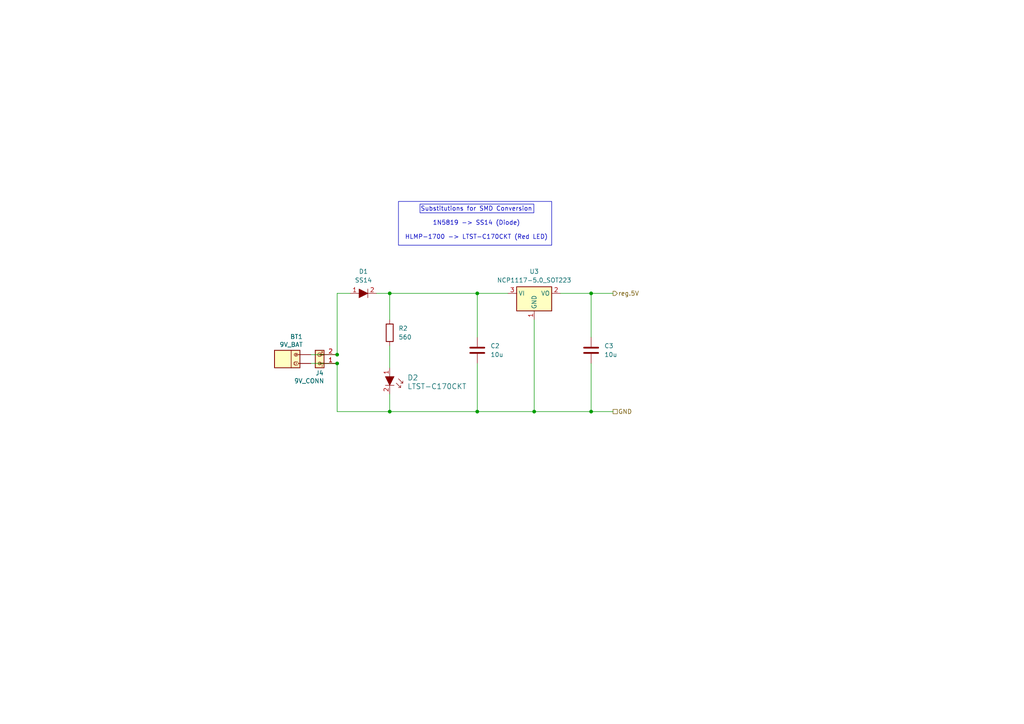
<source format=kicad_sch>
(kicad_sch (version 20231120) (generator "eeschema") (generator_version "8.0")
  (paper "A4")
  (lib_symbols
    (symbol "Conn_PP3_1" (pin_names (offset 1.016) hide)
      (property "Reference" "J" (at 4.572 -1.27 0))
      (property "Value" "CONN_PP3" (at 13.462 1.27 0))
      (symbol "Conn_PP3_1_0_1"
        (circle (center -1.27 0) (radius 0.4303))
        (polyline (pts (xy -2.2431 -0.7334) (xy -1.7351 -0.7334)))
        (polyline (pts (xy 1.7465 -0.7248) (xy 2.2545 -0.7248)))
        (polyline (pts (xy 2.0005 -0.9788) (xy 2.0005 -0.4708)))
        (polyline (pts (xy 0.762 -0.254) (xy 0.762 0.254) (xy 1.016 0.508) (xy 1.524 0.508) (xy 1.778 0.254) (xy 1.778 -0.254) (xy 1.524 -0.508) (xy 1.016 -0.508) (xy 0.762 -0.254)))
      )
      (symbol "Conn_PP3_1_1_1"
        (polyline private (pts (xy -1.27 2.794) (xy -1.27 6.604) (xy -3.81 9.398)) (stroke (width 0) (type dash_dot)))
        (rectangle (start -2.54 1.27) (end 2.54 -1.27) (stroke (width 0.254)) (fill (type background)))
        (rectangle (start -1.397 -1.27) (end -1.143 0) (stroke (width 0.1524)))
        (polyline private (pts (xy 1.27 2.794) (xy 1.27 6.604) (xy 3.81 9.398)) (stroke (width 0) (type dash_dot)))
        (rectangle (start 1.143 0) (end 1.397 -1.27) (stroke (width 0.1524)))
        (text private "{terminal for 9V's GND}\n" (at -6.096 10.414 0) (effects (font (size 0.4064 0.4064) (thickness 0.0813) (bold yes))))
        (text private "{terminal for 9V's PWR}\n" (at 5.842 10.414 0) (effects (font (size 0.4064 0.4064) (thickness 0.0813) (bold yes))))
        (pin power_in line (at -1.27 -5.08 90) (length 3.81) (name "Pin_1") (number "1"))
        (pin power_in line (at 1.27 -5.08 90) (length 3.81) (name "Pin_2") (number "2"))
      )
    )
    (symbol "Device:C" (pin_numbers hide) (pin_names (offset 0.254))
      (property "Reference" "C" (at 0.635 2.54 0))
      (property "Value" "C" (at 0.635 -2.54 0))
      (symbol "C_0_1"
        (polyline (pts (xy -2.032 -0.762) (xy 2.032 -0.762)) (stroke (width 0.508)))
        (polyline (pts (xy -2.032 0.762) (xy 2.032 0.762)) (stroke (width 0.508)))
      )
      (symbol "C_1_1"
        (pin passive line (at 0 3.81 270) (length 2.794) (name "~") (number "1"))
        (pin passive line (at 0 -3.81 90) (length 2.794) (name "~") (number "2"))
      )
    )
    (symbol "Device:R" (pin_numbers hide) (pin_names (offset 0))
      (property "Reference" "R" (at 2.032 0 90))
      (property "Value" "R" (at 0 0 90))
      (symbol "R_0_1"
        (rectangle (start -1.016 -2.54) (end 1.016 2.54) (stroke (width 0.254)))
      )
      (symbol "R_1_1"
        (pin passive line (at 0 3.81 270) (length 1.27) (name "~") (number "1"))
        (pin passive line (at 0 -3.81 90) (length 1.27) (name "~") (number "2"))
      )
    )
    (symbol "Regulator_Linear:NCP1117-5.0_SOT223"
      (property "Reference" "U" (at -3.81 3.175 0))
      (property "Value" "NCP1117-5.0_SOT223" (at 0 3.175 0))
      (symbol "NCP1117-5.0_SOT223_0_1"
        (rectangle (start -5.08 -5.08) (end 5.08 1.905) (stroke (width 0.254)) (fill (type background)))
      )
      (symbol "NCP1117-5.0_SOT223_1_1"
        (pin power_in line (at 0 -7.62 90) (length 2.54) (name "GND") (number "1"))
        (pin power_out line (at 7.62 0 180) (length 2.54) (name "VO") (number "2"))
        (pin power_in line (at -7.62 0 0) (length 2.54) (name "VI") (number "3"))
      )
    )
    (symbol "dk_Diodes-Rectifiers-Single:SS14" (pin_names (offset 1.016))
      (property "Reference" "D1" (at 1.27 -6.35 0))
      (property "Value" "SS14" (at 1.27 -3.81 0))
      (symbol "SS14_0_1"
        (polyline (pts (xy 0 0) (xy 2.54 0)))
        (polyline (pts (xy 0 1.27) (xy 0 -1.27)))
        (polyline (pts (xy 2.54 1.27) (xy 2.54 -1.27) (xy 0 0) (xy 2.54 1.27)) (fill (type outline)))
      )
      (symbol "SS14_1_1"
        (pin passive line (at 5.08 0 180) (length 2.54) (name "~") (number "1"))
        (pin passive line (at -2.54 0 0) (length 2.54) (name "~") (number "2"))
      )
    )
    (symbol "dk_LED-Indication-Discrete:LTST-C170KFKT" (pin_names (offset 0))
      (property "Reference" "D3" (at -2.2226 5.08 90))
      (property "Value" "LTST-C170CKT" (at 0.3174 5.08 90))
      (symbol "LTST-C170KFKT_0_1"
        (polyline (pts (xy -0.635 3.81) (xy -1.905 2.54)))
        (polyline (pts (xy 0 1.27) (xy 0 -1.27)))
        (polyline (pts (xy 0.635 3.175) (xy -0.635 1.905)))
        (polyline (pts (xy -1.27 3.81) (xy -0.635 3.81) (xy -0.635 3.175)))
        (polyline (pts (xy 0 3.175) (xy 0.635 3.175) (xy 0.635 2.54)))
        (polyline (pts (xy -2.54 1.27) (xy -2.54 -1.27) (xy 0 0) (xy -2.54 1.27)) (fill (type outline)))
      )
      (symbol "LTST-C170KFKT_1_1"
        (pin passive line (at -5.08 0 0) (length 2.54) (name "~") (number "1"))
        (pin passive line (at 2.54 0 180) (length 2.54) (name "~") (number "2"))
      )
    )
    (symbol "lockBuster:9V_BATT"
      (property "Reference" "B" (at 4.064 1.524 0))
      (property "Value" "9V" (at 4.572 -0.762 0))
      (symbol "9V_BATT_0_1"
        (polyline (pts (xy -1.2754 2.4106) (xy -1.2754 1.9026)))
        (polyline (pts (xy -1.0214 2.1566) (xy -1.5294 2.1566)))
        (polyline (pts (xy 1.5111 2.1734) (xy 1.0031 2.1734)))
      )
      (symbol "9V_BATT_1_1"
        (rectangle (start -2.54 3.175) (end 2.54 -4.191) (stroke (width 0.254)) (fill (type background)))
        (arc (start -1.7054 1.9077) (mid -1.5771 1.5978) (end -1.2672 1.4695) (stroke (width 0.1016)))
        (circle (center -1.27 2.159) (radius 0.4383) (stroke (width 0.1016)))
        (arc (start -1.2671 1.4694) (mid -0.9593 1.5972) (end -0.832 1.9052) (stroke (width 0.1016)))
        (polyline (pts (xy -2.54 0.635) (xy 2.54 0.635)) (stroke (width 0.1778)))
        (polyline (pts (xy -1.7082 2.1952) (xy -1.7082 1.9405)) (stroke (width 0.1016)))
        (polyline (pts (xy -0.8317 2.1841) (xy -0.8317 1.9294)) (stroke (width 0.1016)))
        (polyline (pts (xy 1.016 1.397) (xy 1.016 1.651)) (stroke (width 0.1016)))
        (polyline (pts (xy 1.524 1.397) (xy 1.524 1.651)) (stroke (width 0.1016)))
        (polyline (pts (xy 0.762 2.159) (xy 0.762 1.651) (xy 1.016 1.397) (xy 1.524 1.397) (xy 1.778 1.651) (xy 1.778 2.159)) (stroke (width 0.1016)))
        (polyline (pts (xy 0.762 2.413) (xy 0.762 1.905) (xy 1.016 1.651) (xy 1.524 1.651) (xy 1.778 1.905) (xy 1.778 2.413) (xy 1.524 2.667) (xy 1.016 2.667) (xy 0.762 2.413)) (stroke (width 0.1016)))
        (pin power_out line (at -1.27 6.35 270) (length 3.7084) (name "") (number ""))
        (pin power_out line (at 1.27 6.35 270) (length 3.6322) (name "") (number ""))
      )
    )
  )
  (junction (at 154.94 119.38))
  (junction (at 97.79 102.87))
  (junction (at 171.45 85.09))
  (junction (at 113.03 85.09))
  (junction (at 138.43 119.38))
  (junction (at 97.79 105.41))
  (junction (at 113.03 119.38))
  (junction (at 138.43 85.09))
  (junction (at 171.45 119.38))
  (wire (pts (xy 171.45 85.09) (xy 171.45 97.79)))
  (wire (pts (xy 162.56 85.09) (xy 171.45 85.09)))
  (wire (pts (xy 113.03 119.38) (xy 138.43 119.38)))
  (wire (pts (xy 97.79 119.38) (xy 113.03 119.38)))
  (wire (pts (xy 138.43 85.09) (xy 138.43 97.79)))
  (wire (pts (xy 154.94 92.71) (xy 154.94 119.38)))
  (wire (pts (xy 97.79 85.09) (xy 97.79 102.87)))
  (wire (pts (xy 109.22 85.09) (xy 113.03 85.09)))
  (wire (pts (xy 113.03 114.3) (xy 113.03 119.38)))
  (wire (pts (xy 97.79 85.09) (xy 101.6 85.09)))
  (wire (pts (xy 90.17 105.41) (xy 97.79 105.41)))
  (wire (pts (xy 113.03 92.71) (xy 113.03 85.09)))
  (wire (pts (xy 138.43 119.38) (xy 154.94 119.38)))
  (wire (pts (xy 171.45 119.38) (xy 177.8 119.38)))
  (wire (pts (xy 154.94 119.38) (xy 171.45 119.38)))
  (wire (pts (xy 171.45 85.09) (xy 177.8 85.09)))
  (wire (pts (xy 171.45 119.38) (xy 171.45 105.41)))
  (wire (pts (xy 138.43 85.09) (xy 147.32 85.09)))
  (wire (pts (xy 97.79 105.41) (xy 97.79 119.38)))
  (wire (pts (xy 113.03 100.33) (xy 113.03 106.68)))
  (wire (pts (xy 138.43 119.38) (xy 138.43 105.41)))
  (wire (pts (xy 90.17 102.87) (xy 97.79 102.87)))
  (wire (pts (xy 113.03 85.09) (xy 138.43 85.09)))
  (rectangle (start 115.57 58.42) (end 160.02 71.12))
  (rectangle (start 121.822 59.1872) (end 154.842 61.7272))
  (text "Substitutions for SMD Conversion\n\n1N5819 -> SS14 (Diode)\n\nHLMP-1700 -> LTST-C170CKT (Red LED)" (exclude_from_sim yes) (at 138.176 64.77 0) (effects (font (size 1.27 1.27))))
  (hierarchical_label "GND" (shape passive) (at 177.8 119.38 0))
  (hierarchical_label "reg.5V" (shape output) (at 177.8 85.09 0))
  (symbol (lib_id "dk_Diodes-Rectifiers-Single:SS14") (at 106.68 85.09 180) (unit 1)
    (property "Reference" "D1" (at 105.41 78.74 0))
    (property "Value" "SS14" (at 105.41 81.28 0))
    (property "Footprint" "Diode_SMD:D_SOD-123" (effects (hide yes)))
    (property "Datasheet" "https://www.onsemi.com/pub/Collateral/SS19-D.PDF" (effects (hide yes)))
    (property "Description" "DIODE SCHOTTKY 40V 1A SMA" (effects (hide yes)))
    (property "Digi-Key_PN" "SS14CT-ND" (effects (hide yes)))
    (property "MPN" "SS14" (effects (hide yes)))
    (property "Category" "Discrete Semiconductor Products" (effects (hide yes)))
    (property "Family" "Diodes - Rectifiers - Single" (effects (hide yes)))
    (property "DK_Datasheet_Link" "https://www.onsemi.com/pub/Collateral/SS19-D.PDF" (effects (hide yes)))
    (property "DK_Detail_Page" "/product-detail/en/on-semiconductor/SS14/SS14CT-ND/965729" (effects (hide yes)))
    (property "Description_1" "DIODE SCHOTTKY 40V 1A SMA" (effects (hide yes)))
    (property "Manufacturer" "ON Semiconductor" (effects (hide yes)))
    (property "Status" "Active" (effects (hide yes)))
  )
  (symbol (lib_id "dk_LED-Indication-Discrete:LTST-C170KFKT") (at 113.03 111.76 270) (unit 1)
    (property "Reference" "D2" (at 118.11 109.5374 90) (effects (font (size 1.524 1.524)) (justify left)))
    (property "Value" "LTST-C170CKT" (at 118.11 112.0774 90) (effects (font (size 1.524 1.524)) (justify left)))
    (property "Footprint" "LED_SMD:LED_0805_2012Metric" (effects (hide yes)))
    (property "Datasheet" "https://media.digikey.com/pdf/Data%20Sheets/Lite-On%20PDFs/LTST-C170CKT.pdf" (effects (hide yes)))
    (property "Description" "LED RED CLEAR SMD" (effects (hide yes)))
    (property "Digi-Key_PN" "160-1184-1-ND" (effects (hide yes)))
    (property "MPN" "LTST-C170KFKT" (effects (hide yes)))
    (property "Category" "Optoelectronics" (effects (hide yes)))
    (property "Family" "LED Indication - Discrete" (effects (hide yes)))
    (property "DK_Datasheet_Link" "https://media.digikey.com/pdf/Data%20Sheets/Lite-On%20PDFs/LTST-C170CKT.pdf" (effects (hide yes)))
    (property "DK_Detail_Page" "/product-detail/en/lite-on-inc/LTST-C170CKT/160-1413-1-ND/386774" (effects (hide yes)))
    (property "Description_1" "LED RED CLEAR SMD" (effects (hide yes)))
    (property "Manufacturer" "Lite-On Inc." (effects (hide yes)))
    (property "Status" "Active" (effects (hide yes)))
  )
  (symbol (lib_id "Device:C") (at 171.45 101.6 0) (unit 1)
    (property "Reference" "C3" (at 175.26 100.3299 0) (effects (justify left)))
    (property "Value" "10u" (at 175.26 102.8699 0) (effects (justify left)))
    (property "Footprint" "Capacitor_SMD:C_0603_1608Metric_Pad1.08x0.95mm_HandSolder" (effects (hide yes)))
    (property "Description" "Unpolarized capacitor" (effects (hide yes)))
  )
  (symbol (lib_id "Device:R") (at 113.03 96.52 0) (unit 1)
    (property "Reference" "R2" (at 115.57 95.2499 0) (effects (justify left)))
    (property "Value" "560" (at 115.57 97.7899 0) (effects (justify left)))
    (property "Footprint" "Resistor_SMD:R_0603_1608Metric_Pad0.98x0.95mm_HandSolder" (effects (hide yes)))
    (property "Description" "Resistor" (effects (hide yes)))
  )
  (symbol (lib_id "Device:C") (at 138.43 101.6 0) (unit 1)
    (property "Reference" "C2" (at 142.24 100.3299 0) (effects (justify left)))
    (property "Value" "10u" (at 142.24 102.8699 0) (effects (justify left)))
    (property "Footprint" "Capacitor_SMD:C_0603_1608Metric_Pad1.08x0.95mm_HandSolder" (effects (hide yes)))
    (property "Description" "Unpolarized capacitor" (effects (hide yes)))
  )
  (symbol (lib_id "Regulator_Linear:NCP1117-5.0_SOT223") (at 154.94 85.09 0) (unit 1)
    (property "Reference" "U3" (at 154.94 78.74 0))
    (property "Value" "NCP1117-5.0_SOT223" (at 154.94 81.28 0))
    (property "Footprint" "Package_TO_SOT_SMD:SOT-223-3_TabPin2" (effects (hide yes)))
    (property "Datasheet" "http://www.onsemi.com/pub_link/Collateral/NCP1117-D.PDF" (effects (hide yes)))
    (property "Description" "1A Low drop-out regulator, Fixed Output 5V, SOT-223" (effects (hide yes)))
  )
  (symbol (lib_id "lockBuster:9V_BATT") (at 83.82 104.14 270) (unit 1)
    (property "Reference" "BT1" (at 85.979 97.663 90))
    (property "Value" "9V_BAT" (at 84.455 99.949 90))
  )
  (symbol (lib_name "Conn_PP3_1") (lib_id "lockBuster:Conn_PP3") (at 92.71 104.14 90) (unit 1)
    (property "Reference" "J4" (at 92.71 108.204 90))
    (property "Value" "9V_CONN" (at 89.662 110.49 90))
    (property "Description" "PP3 connector for 9V batteries, single row, 01x02" (effects (hide yes)))
  )
)
</source>
